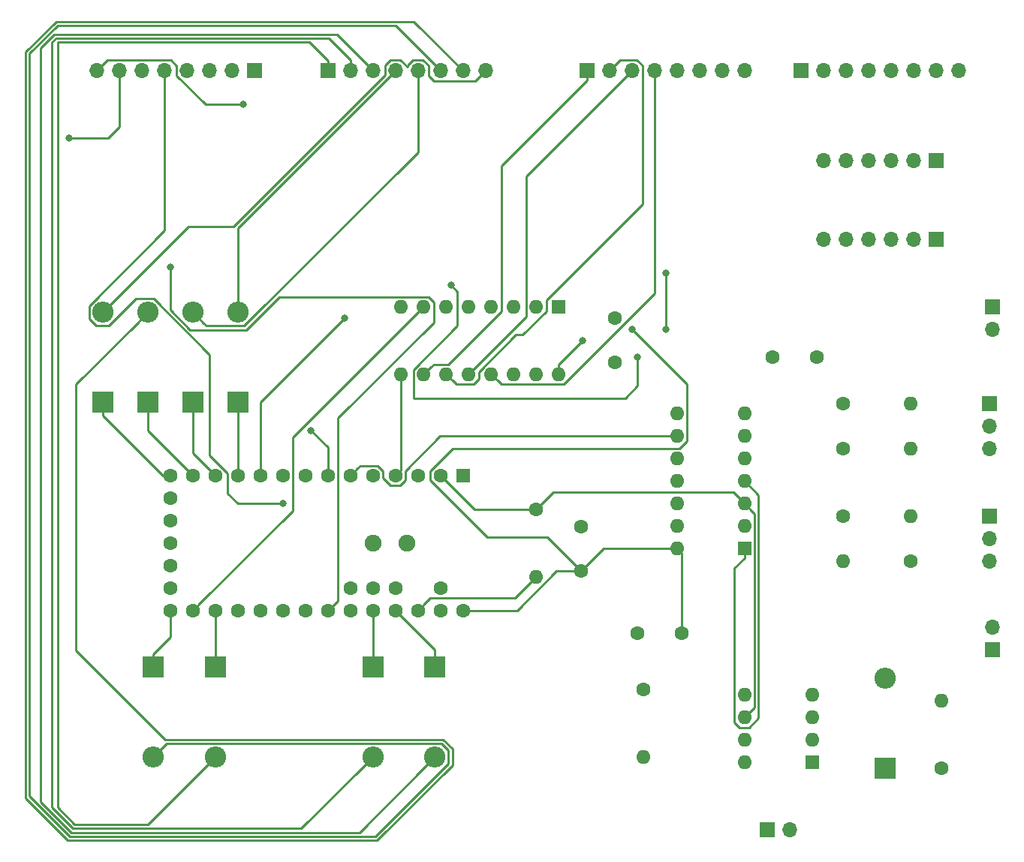
<source format=gbr>
G04 #@! TF.GenerationSoftware,KiCad,Pcbnew,(5.0.2)-1*
G04 #@! TF.CreationDate,2020-04-20T21:26:40+02:00*
G04 #@! TF.ProjectId,KorgPoly61_TeensyMidi,4b6f7267-506f-46c7-9936-315f5465656e,rev?*
G04 #@! TF.SameCoordinates,Original*
G04 #@! TF.FileFunction,Copper,L1,Top*
G04 #@! TF.FilePolarity,Positive*
%FSLAX46Y46*%
G04 Gerber Fmt 4.6, Leading zero omitted, Abs format (unit mm)*
G04 Created by KiCad (PCBNEW (5.0.2)-1) date 20-4-2020 21:26:40*
%MOMM*%
%LPD*%
G01*
G04 APERTURE LIST*
G04 #@! TA.AperFunction,ComponentPad*
%ADD10C,1.900000*%
G04 #@! TD*
G04 #@! TA.AperFunction,ComponentPad*
%ADD11R,1.600000X1.600000*%
G04 #@! TD*
G04 #@! TA.AperFunction,ComponentPad*
%ADD12C,1.600000*%
G04 #@! TD*
G04 #@! TA.AperFunction,ComponentPad*
%ADD13O,1.600000X1.600000*%
G04 #@! TD*
G04 #@! TA.AperFunction,ComponentPad*
%ADD14O,1.700000X1.700000*%
G04 #@! TD*
G04 #@! TA.AperFunction,ComponentPad*
%ADD15R,1.700000X1.700000*%
G04 #@! TD*
G04 #@! TA.AperFunction,ComponentPad*
%ADD16O,2.400000X2.400000*%
G04 #@! TD*
G04 #@! TA.AperFunction,ComponentPad*
%ADD17R,2.400000X2.400000*%
G04 #@! TD*
G04 #@! TA.AperFunction,ViaPad*
%ADD18C,0.800000*%
G04 #@! TD*
G04 #@! TA.AperFunction,Conductor*
%ADD19C,0.250000*%
G04 #@! TD*
G04 APERTURE END LIST*
D10*
G04 #@! TO.P,U1,52*
G04 #@! TO.N,N/C*
X89535000Y-100965000D03*
X85725000Y-100965000D03*
D11*
G04 #@! TO.P,U1,1*
G04 #@! TO.N,GND*
X95885000Y-93345000D03*
D12*
G04 #@! TO.P,U1,2*
G04 #@! TO.N,MIDI_IN*
X93345000Y-93345000D03*
G04 #@! TO.P,U1,3*
G04 #@! TO.N,MIDI_OUT*
X90805000Y-93345000D03*
G04 #@! TO.P,U1,4*
G04 #@! TO.N,A0*
X88265000Y-93345000D03*
G04 #@! TO.P,U1,5*
G04 #@! TO.N,ARP_IN*
X85725000Y-93345000D03*
G04 #@! TO.P,U1,6*
G04 #@! TO.N,ARP_OUT*
X83185000Y-93345000D03*
G04 #@! TO.P,U1,7*
G04 #@! TO.N,CN29KB_8*
X80645000Y-93345000D03*
G04 #@! TO.P,U1,8*
G04 #@! TO.N,CN29KB_5*
X78105000Y-93345000D03*
G04 #@! TO.P,U1,9*
G04 #@! TO.N,A2*
X75565000Y-93345000D03*
G04 #@! TO.P,U1,10*
G04 #@! TO.N,EO*
X73025000Y-93345000D03*
G04 #@! TO.P,U1,11*
G04 #@! TO.N,CN29_4*
X70485000Y-93345000D03*
G04 #@! TO.P,U1,12*
G04 #@! TO.N,CN29_5*
X67945000Y-93345000D03*
G04 #@! TO.P,U1,13*
G04 #@! TO.N,CN29_7*
X65405000Y-93345000D03*
G04 #@! TO.P,U1,37*
G04 #@! TO.N,N/C*
X83185000Y-106045000D03*
G04 #@! TO.P,U1,36*
X85725000Y-106045000D03*
G04 #@! TO.P,U1,35*
X88265000Y-106045000D03*
G04 #@! TO.P,U1,34*
X93345000Y-106045000D03*
G04 #@! TO.P,U1,33*
G04 #@! TO.N,+5V*
X95885000Y-108585000D03*
G04 #@! TO.P,U1,32*
G04 #@! TO.N,N/C*
X93345000Y-108585000D03*
G04 #@! TO.P,U1,31*
G04 #@! TO.N,+3V3*
X90805000Y-108585000D03*
G04 #@! TO.P,U1,30*
G04 #@! TO.N,CN29_3*
X88265000Y-108585000D03*
G04 #@! TO.P,U1,29*
G04 #@! TO.N,CN29_2*
X85725000Y-108585000D03*
G04 #@! TO.P,U1,28*
G04 #@! TO.N,CN29KB_7*
X83185000Y-108585000D03*
G04 #@! TO.P,U1,27*
G04 #@! TO.N,CN29KB_6*
X80645000Y-108585000D03*
G04 #@! TO.P,U1,26*
G04 #@! TO.N,CN29KB_3*
X78105000Y-108585000D03*
G04 #@! TO.P,U1,25*
G04 #@! TO.N,CN29KB_4*
X75565000Y-108585000D03*
G04 #@! TO.P,U1,24*
G04 #@! TO.N,CN29KB_2*
X73025000Y-108585000D03*
G04 #@! TO.P,U1,23*
G04 #@! TO.N,CN29KB_1*
X70485000Y-108585000D03*
G04 #@! TO.P,U1,22*
G04 #@! TO.N,CN29_1*
X67945000Y-108585000D03*
G04 #@! TO.P,U1,21*
G04 #@! TO.N,A1*
X65405000Y-108585000D03*
G04 #@! TO.P,U1,14*
G04 #@! TO.N,CN29_8*
X62865000Y-93345000D03*
G04 #@! TO.P,U1,15*
G04 #@! TO.N,N/C*
X62865000Y-95885000D03*
G04 #@! TO.P,U1,16*
X62865000Y-98425000D03*
G04 #@! TO.P,U1,20*
G04 #@! TO.N,CN29_6*
X62865000Y-108585000D03*
G04 #@! TO.P,U1,19*
G04 #@! TO.N,N/C*
X62865000Y-106045000D03*
G04 #@! TO.P,U1,18*
X62865000Y-103505000D03*
G04 #@! TO.P,U1,17*
X62865000Y-100965000D03*
G04 #@! TD*
D13*
G04 #@! TO.P,U3,8*
G04 #@! TO.N,+5V*
X127635000Y-125730000D03*
G04 #@! TO.P,U3,4*
G04 #@! TO.N,N/C*
X135255000Y-118110000D03*
G04 #@! TO.P,U3,7*
G04 #@! TO.N,Net-(R3-Pad2)*
X127635000Y-123190000D03*
G04 #@! TO.P,U3,3*
G04 #@! TO.N,Net-(D9-Pad2)*
X135255000Y-120650000D03*
G04 #@! TO.P,U3,6*
G04 #@! TO.N,MIDI_IN*
X127635000Y-120650000D03*
G04 #@! TO.P,U3,2*
G04 #@! TO.N,Net-(D9-Pad1)*
X135255000Y-123190000D03*
G04 #@! TO.P,U3,5*
G04 #@! TO.N,GND*
X127635000Y-118110000D03*
D11*
G04 #@! TO.P,U3,1*
G04 #@! TO.N,N/C*
X135255000Y-125730000D03*
G04 #@! TD*
D13*
G04 #@! TO.P,R7,2*
G04 #@! TO.N,Net-(J10-Pad3)*
X146380170Y-90335537D03*
D12*
G04 #@! TO.P,R7,1*
G04 #@! TO.N,Net-(R7-Pad1)*
X138760170Y-90335537D03*
G04 #@! TD*
D13*
G04 #@! TO.P,R6,2*
G04 #@! TO.N,Net-(J10-Pad1)*
X146380170Y-85255537D03*
D12*
G04 #@! TO.P,R6,1*
G04 #@! TO.N,+5V*
X138760170Y-85255537D03*
G04 #@! TD*
D13*
G04 #@! TO.P,R5,2*
G04 #@! TO.N,MIDI_OUT*
X138760170Y-103035537D03*
D12*
G04 #@! TO.P,R5,1*
G04 #@! TO.N,Net-(J9-Pad3)*
X146380170Y-103035537D03*
G04 #@! TD*
D13*
G04 #@! TO.P,R4,2*
G04 #@! TO.N,Net-(J9-Pad1)*
X146380170Y-97955537D03*
D12*
G04 #@! TO.P,R4,1*
G04 #@! TO.N,+3V3*
X138760170Y-97955537D03*
G04 #@! TD*
D13*
G04 #@! TO.P,R3,2*
G04 #@! TO.N,Net-(R3-Pad2)*
X116205000Y-125095000D03*
D12*
G04 #@! TO.P,R3,1*
G04 #@! TO.N,GND*
X116205000Y-117475000D03*
G04 #@! TD*
D13*
G04 #@! TO.P,R2,2*
G04 #@! TO.N,+3V3*
X104140000Y-104775000D03*
D12*
G04 #@! TO.P,R2,1*
G04 #@! TO.N,MIDI_IN*
X104140000Y-97155000D03*
G04 #@! TD*
D13*
G04 #@! TO.P,R1,2*
G04 #@! TO.N,Net-(J8-Pad1)*
X149860000Y-118745000D03*
D12*
G04 #@! TO.P,R1,1*
G04 #@! TO.N,Net-(D9-Pad1)*
X149860000Y-126365000D03*
G04 #@! TD*
D13*
G04 #@! TO.P,U4,14*
G04 #@! TO.N,+5V*
X120015000Y-101600000D03*
G04 #@! TO.P,U4,7*
G04 #@! TO.N,GND*
X127635000Y-86360000D03*
G04 #@! TO.P,U4,13*
G04 #@! TO.N,N/C*
X120015000Y-99060000D03*
G04 #@! TO.P,U4,6*
G04 #@! TO.N,Net-(J11-Pad1)*
X127635000Y-88900000D03*
G04 #@! TO.P,U4,12*
G04 #@! TO.N,N/C*
X120015000Y-96520000D03*
G04 #@! TO.P,U4,5*
G04 #@! TO.N,Net-(U4-Pad5)*
X127635000Y-91440000D03*
G04 #@! TO.P,U4,11*
G04 #@! TO.N,N/C*
X120015000Y-93980000D03*
G04 #@! TO.P,U4,4*
G04 #@! TO.N,Net-(U4-Pad1)*
X127635000Y-93980000D03*
G04 #@! TO.P,U4,10*
G04 #@! TO.N,N/C*
X120015000Y-91440000D03*
G04 #@! TO.P,U4,3*
G04 #@! TO.N,MIDI_IN*
X127635000Y-96520000D03*
G04 #@! TO.P,U4,9*
G04 #@! TO.N,ARP_OUT*
X120015000Y-88900000D03*
G04 #@! TO.P,U4,2*
G04 #@! TO.N,Net-(R7-Pad1)*
X127635000Y-99060000D03*
G04 #@! TO.P,U4,8*
G04 #@! TO.N,Net-(U4-Pad5)*
X120015000Y-86360000D03*
D11*
G04 #@! TO.P,U4,1*
G04 #@! TO.N,Net-(U4-Pad1)*
X127635000Y-101600000D03*
G04 #@! TD*
D13*
G04 #@! TO.P,U2,16*
G04 #@! TO.N,+5V*
X106680000Y-81915000D03*
G04 #@! TO.P,U2,8*
G04 #@! TO.N,GND*
X88900000Y-74295000D03*
G04 #@! TO.P,U2,15*
G04 #@! TO.N,EO*
X104140000Y-81915000D03*
G04 #@! TO.P,U2,7*
G04 #@! TO.N,A1*
X91440000Y-74295000D03*
G04 #@! TO.P,U2,14*
G04 #@! TO.N,N/C*
X101600000Y-81915000D03*
G04 #@! TO.P,U2,6*
G04 #@! TO.N,A2*
X93980000Y-74295000D03*
G04 #@! TO.P,U2,13*
G04 #@! TO.N,Net-(J3-Pad4)*
X99060000Y-81915000D03*
G04 #@! TO.P,U2,5*
G04 #@! TO.N,GND*
X96520000Y-74295000D03*
G04 #@! TO.P,U2,12*
G04 #@! TO.N,Net-(J3-Pad3)*
X96520000Y-81915000D03*
G04 #@! TO.P,U2,4*
G04 #@! TO.N,Net-(J3-Pad8)*
X99060000Y-74295000D03*
G04 #@! TO.P,U2,11*
G04 #@! TO.N,Net-(J3-Pad2)*
X93980000Y-81915000D03*
G04 #@! TO.P,U2,3*
G04 #@! TO.N,Net-(J3-Pad7)*
X101600000Y-74295000D03*
G04 #@! TO.P,U2,10*
G04 #@! TO.N,Net-(J3-Pad1)*
X91440000Y-81915000D03*
G04 #@! TO.P,U2,2*
G04 #@! TO.N,Net-(J3-Pad6)*
X104140000Y-74295000D03*
G04 #@! TO.P,U2,9*
G04 #@! TO.N,A0*
X88900000Y-81915000D03*
D11*
G04 #@! TO.P,U2,1*
G04 #@! TO.N,Net-(J3-Pad5)*
X106680000Y-74295000D03*
G04 #@! TD*
D14*
G04 #@! TO.P,J11,2*
G04 #@! TO.N,GND*
X155575000Y-76835000D03*
D15*
G04 #@! TO.P,J11,1*
G04 #@! TO.N,Net-(J11-Pad1)*
X155575000Y-74295000D03*
G04 #@! TD*
D14*
G04 #@! TO.P,J10,3*
G04 #@! TO.N,Net-(J10-Pad3)*
X155270170Y-90335537D03*
G04 #@! TO.P,J10,2*
G04 #@! TO.N,GND*
X155270170Y-87795537D03*
D15*
G04 #@! TO.P,J10,1*
G04 #@! TO.N,Net-(J10-Pad1)*
X155270170Y-85255537D03*
G04 #@! TD*
D14*
G04 #@! TO.P,J9,3*
G04 #@! TO.N,Net-(J9-Pad3)*
X155270170Y-103035537D03*
G04 #@! TO.P,J9,2*
G04 #@! TO.N,GND*
X155270170Y-100495537D03*
D15*
G04 #@! TO.P,J9,1*
G04 #@! TO.N,Net-(J9-Pad1)*
X155270170Y-97955537D03*
G04 #@! TD*
D14*
G04 #@! TO.P,J8,2*
G04 #@! TO.N,Net-(D9-Pad2)*
X155575000Y-110490000D03*
D15*
G04 #@! TO.P,J8,1*
G04 #@! TO.N,Net-(J8-Pad1)*
X155575000Y-113030000D03*
G04 #@! TD*
D14*
G04 #@! TO.P,J7,2*
G04 #@! TO.N,GND*
X132715000Y-133350000D03*
D15*
G04 #@! TO.P,J7,1*
G04 #@! TO.N,+5V*
X130175000Y-133350000D03*
G04 #@! TD*
D14*
G04 #@! TO.P,J6,6*
G04 #@! TO.N,Net-(J5-Pad6)*
X136525000Y-57785000D03*
G04 #@! TO.P,J6,5*
G04 #@! TO.N,ARP_IN*
X139065000Y-57785000D03*
G04 #@! TO.P,J6,4*
G04 #@! TO.N,Net-(J5-Pad4)*
X141605000Y-57785000D03*
G04 #@! TO.P,J6,3*
G04 #@! TO.N,Net-(J5-Pad3)*
X144145000Y-57785000D03*
G04 #@! TO.P,J6,2*
G04 #@! TO.N,Net-(J5-Pad2)*
X146685000Y-57785000D03*
D15*
G04 #@! TO.P,J6,1*
G04 #@! TO.N,Net-(J5-Pad1)*
X149225000Y-57785000D03*
G04 #@! TD*
D14*
G04 #@! TO.P,J5,6*
G04 #@! TO.N,Net-(J5-Pad6)*
X136525000Y-66675000D03*
G04 #@! TO.P,J5,5*
G04 #@! TO.N,ARP_OUT*
X139065000Y-66675000D03*
G04 #@! TO.P,J5,4*
G04 #@! TO.N,Net-(J5-Pad4)*
X141605000Y-66675000D03*
G04 #@! TO.P,J5,3*
G04 #@! TO.N,Net-(J5-Pad3)*
X144145000Y-66675000D03*
G04 #@! TO.P,J5,2*
G04 #@! TO.N,Net-(J5-Pad2)*
X146685000Y-66675000D03*
D15*
G04 #@! TO.P,J5,1*
G04 #@! TO.N,Net-(J5-Pad1)*
X149225000Y-66675000D03*
G04 #@! TD*
D14*
G04 #@! TO.P,J4,8*
G04 #@! TO.N,Net-(J3-Pad8)*
X127635000Y-47625000D03*
G04 #@! TO.P,J4,7*
G04 #@! TO.N,Net-(J3-Pad7)*
X125095000Y-47625000D03*
G04 #@! TO.P,J4,6*
G04 #@! TO.N,Net-(J3-Pad6)*
X122555000Y-47625000D03*
G04 #@! TO.P,J4,5*
G04 #@! TO.N,Net-(J3-Pad5)*
X120015000Y-47625000D03*
G04 #@! TO.P,J4,4*
G04 #@! TO.N,Net-(J3-Pad4)*
X117475000Y-47625000D03*
G04 #@! TO.P,J4,3*
G04 #@! TO.N,Net-(J3-Pad3)*
X114935000Y-47625000D03*
G04 #@! TO.P,J4,2*
G04 #@! TO.N,Net-(J3-Pad2)*
X112395000Y-47625000D03*
D15*
G04 #@! TO.P,J4,1*
G04 #@! TO.N,Net-(J3-Pad1)*
X109855000Y-47625000D03*
G04 #@! TD*
D14*
G04 #@! TO.P,J3,8*
G04 #@! TO.N,Net-(J3-Pad8)*
X151765000Y-47625000D03*
G04 #@! TO.P,J3,7*
G04 #@! TO.N,Net-(J3-Pad7)*
X149225000Y-47625000D03*
G04 #@! TO.P,J3,6*
G04 #@! TO.N,Net-(J3-Pad6)*
X146685000Y-47625000D03*
G04 #@! TO.P,J3,5*
G04 #@! TO.N,Net-(J3-Pad5)*
X144145000Y-47625000D03*
G04 #@! TO.P,J3,4*
G04 #@! TO.N,Net-(J3-Pad4)*
X141605000Y-47625000D03*
G04 #@! TO.P,J3,3*
G04 #@! TO.N,Net-(J3-Pad3)*
X139065000Y-47625000D03*
G04 #@! TO.P,J3,2*
G04 #@! TO.N,Net-(J3-Pad2)*
X136525000Y-47625000D03*
D15*
G04 #@! TO.P,J3,1*
G04 #@! TO.N,Net-(J3-Pad1)*
X133985000Y-47625000D03*
G04 #@! TD*
D14*
G04 #@! TO.P,J2,8*
G04 #@! TO.N,CN29KB_8*
X54610000Y-47625000D03*
G04 #@! TO.P,J2,7*
G04 #@! TO.N,CN29KB_7*
X57150000Y-47625000D03*
G04 #@! TO.P,J2,6*
G04 #@! TO.N,CN29KB_6*
X59690000Y-47625000D03*
G04 #@! TO.P,J2,5*
G04 #@! TO.N,CN29KB_5*
X62230000Y-47625000D03*
G04 #@! TO.P,J2,4*
G04 #@! TO.N,CN29KB_4*
X64770000Y-47625000D03*
G04 #@! TO.P,J2,3*
G04 #@! TO.N,CN29KB_3*
X67310000Y-47625000D03*
G04 #@! TO.P,J2,2*
G04 #@! TO.N,CN29KB_2*
X69850000Y-47625000D03*
D15*
G04 #@! TO.P,J2,1*
G04 #@! TO.N,CN29KB_1*
X72390000Y-47625000D03*
G04 #@! TD*
D14*
G04 #@! TO.P,J1,8*
G04 #@! TO.N,Net-(D8-Pad2)*
X98425000Y-47625000D03*
G04 #@! TO.P,J1,7*
G04 #@! TO.N,Net-(D7-Pad2)*
X95885000Y-47625000D03*
G04 #@! TO.P,J1,6*
G04 #@! TO.N,Net-(D6-Pad2)*
X93345000Y-47625000D03*
G04 #@! TO.P,J1,5*
G04 #@! TO.N,Net-(D5-Pad2)*
X90805000Y-47625000D03*
G04 #@! TO.P,J1,4*
G04 #@! TO.N,Net-(D4-Pad2)*
X88265000Y-47625000D03*
G04 #@! TO.P,J1,3*
G04 #@! TO.N,Net-(D3-Pad2)*
X85725000Y-47625000D03*
G04 #@! TO.P,J1,2*
G04 #@! TO.N,Net-(D2-Pad2)*
X83185000Y-47625000D03*
D15*
G04 #@! TO.P,J1,1*
G04 #@! TO.N,Net-(D1-Pad2)*
X80645000Y-47625000D03*
G04 #@! TD*
D16*
G04 #@! TO.P,D9,2*
G04 #@! TO.N,Net-(D9-Pad2)*
X143510000Y-116205000D03*
D17*
G04 #@! TO.P,D9,1*
G04 #@! TO.N,Net-(D9-Pad1)*
X143510000Y-126365000D03*
G04 #@! TD*
D16*
G04 #@! TO.P,D8,2*
G04 #@! TO.N,Net-(D8-Pad2)*
X55245000Y-74930000D03*
D17*
G04 #@! TO.P,D8,1*
G04 #@! TO.N,CN29_8*
X55245000Y-85090000D03*
G04 #@! TD*
D16*
G04 #@! TO.P,D7,2*
G04 #@! TO.N,Net-(D7-Pad2)*
X60325000Y-74930000D03*
D17*
G04 #@! TO.P,D7,1*
G04 #@! TO.N,CN29_7*
X60325000Y-85090000D03*
G04 #@! TD*
D16*
G04 #@! TO.P,D6,2*
G04 #@! TO.N,Net-(D6-Pad2)*
X60960000Y-125095000D03*
D17*
G04 #@! TO.P,D6,1*
G04 #@! TO.N,CN29_6*
X60960000Y-114935000D03*
G04 #@! TD*
D16*
G04 #@! TO.P,D5,2*
G04 #@! TO.N,Net-(D5-Pad2)*
X65405000Y-74930000D03*
D17*
G04 #@! TO.P,D5,1*
G04 #@! TO.N,CN29_5*
X65405000Y-85090000D03*
G04 #@! TD*
D16*
G04 #@! TO.P,D4,2*
G04 #@! TO.N,Net-(D4-Pad2)*
X70485000Y-74930000D03*
D17*
G04 #@! TO.P,D4,1*
G04 #@! TO.N,CN29_4*
X70485000Y-85090000D03*
G04 #@! TD*
D16*
G04 #@! TO.P,D3,2*
G04 #@! TO.N,Net-(D3-Pad2)*
X92710000Y-125095000D03*
D17*
G04 #@! TO.P,D3,1*
G04 #@! TO.N,CN29_3*
X92710000Y-114935000D03*
G04 #@! TD*
D16*
G04 #@! TO.P,D2,2*
G04 #@! TO.N,Net-(D2-Pad2)*
X85725000Y-125095000D03*
D17*
G04 #@! TO.P,D2,1*
G04 #@! TO.N,CN29_2*
X85725000Y-114935000D03*
G04 #@! TD*
D16*
G04 #@! TO.P,D1,2*
G04 #@! TO.N,Net-(D1-Pad2)*
X67945000Y-125095000D03*
D17*
G04 #@! TO.P,D1,1*
G04 #@! TO.N,CN29_1*
X67945000Y-114935000D03*
G04 #@! TD*
D12*
G04 #@! TO.P,C4,2*
G04 #@! TO.N,+5V*
X120570000Y-111125000D03*
G04 #@! TO.P,C4,1*
G04 #@! TO.N,GND*
X115570000Y-111125000D03*
G04 #@! TD*
G04 #@! TO.P,C3,2*
G04 #@! TO.N,+5V*
X135810000Y-80010000D03*
G04 #@! TO.P,C3,1*
G04 #@! TO.N,GND*
X130810000Y-80010000D03*
G04 #@! TD*
G04 #@! TO.P,C2,2*
G04 #@! TO.N,+5V*
X113030000Y-80565000D03*
G04 #@! TO.P,C2,1*
G04 #@! TO.N,GND*
X113030000Y-75565000D03*
G04 #@! TD*
G04 #@! TO.P,C1,2*
G04 #@! TO.N,GND*
X109220000Y-99140000D03*
G04 #@! TO.P,C1,1*
G04 #@! TO.N,+5V*
X109220000Y-104140000D03*
G04 #@! TD*
D18*
G04 #@! TO.N,+5V*
X109358630Y-78105000D03*
X114935000Y-76835000D03*
G04 #@! TO.N,CN29KB_8*
X78740000Y-88265000D03*
X71120000Y-51435000D03*
G04 #@! TO.N,CN29KB_7*
X51435000Y-55245000D03*
G04 #@! TO.N,CN29KB_6*
X62865000Y-69850000D03*
G04 #@! TO.N,CN29KB_5*
X75565000Y-96520000D03*
G04 #@! TO.N,EO*
X82550000Y-75565000D03*
X94524999Y-71845001D03*
X115570000Y-80010000D03*
X118745000Y-76835000D03*
X118745000Y-70485000D03*
G04 #@! TD*
D19*
G04 #@! TO.N,+5V*
X120570000Y-102155000D02*
X120015000Y-101600000D01*
X120570000Y-111125000D02*
X120570000Y-102155000D01*
X111760000Y-101600000D02*
X109220000Y-104140000D01*
X120015000Y-101600000D02*
X111760000Y-101600000D01*
X97016370Y-108585000D02*
X95885000Y-108585000D01*
X101995002Y-108585000D02*
X97016370Y-108585000D01*
X106440002Y-104140000D02*
X101995002Y-108585000D01*
X109220000Y-104140000D02*
X106440002Y-104140000D01*
X106680000Y-80783630D02*
X109358630Y-78105000D01*
X106680000Y-81915000D02*
X106680000Y-80783630D01*
X109358630Y-78105000D02*
X109358630Y-78105000D01*
X105345001Y-100265001D02*
X108420001Y-103340001D01*
X98599999Y-100265001D02*
X105345001Y-100265001D01*
X108420001Y-103340001D02*
X109220000Y-104140000D01*
X92219999Y-93885001D02*
X98599999Y-100265001D01*
X92219999Y-92804999D02*
X92219999Y-93885001D01*
X94709999Y-90314999D02*
X92219999Y-92804999D01*
X120265003Y-90314999D02*
X94709999Y-90314999D01*
X121140001Y-89440001D02*
X120265003Y-90314999D01*
X121140001Y-83040001D02*
X121140001Y-89440001D01*
X114935000Y-76835000D02*
X121140001Y-83040001D01*
G04 #@! TO.N,Net-(D1-Pad2)*
X80645000Y-46525000D02*
X78570000Y-44450000D01*
X80645000Y-47625000D02*
X80645000Y-46525000D01*
X78570000Y-44450000D02*
X50165000Y-44450000D01*
X50165000Y-44450000D02*
X50165000Y-130810000D01*
X50165000Y-130810000D02*
X52070000Y-132715000D01*
X66745001Y-126294999D02*
X67945000Y-125095000D01*
X60325000Y-132715000D02*
X66745001Y-126294999D01*
X52070000Y-132715000D02*
X60325000Y-132715000D01*
G04 #@! TO.N,CN29_1*
X67945000Y-114935000D02*
X67945000Y-109220000D01*
X67945000Y-109220000D02*
X67945000Y-108585000D01*
G04 #@! TO.N,Net-(D2-Pad2)*
X49978600Y-43999990D02*
X49530000Y-44448590D01*
X80762071Y-43999990D02*
X49978600Y-43999990D01*
X83185000Y-47625000D02*
X83185000Y-46422919D01*
X83185000Y-46422919D02*
X80762071Y-43999990D01*
X84525001Y-126294999D02*
X85725000Y-125095000D01*
X77654990Y-133165010D02*
X84525001Y-126294999D01*
X51883600Y-133165010D02*
X77654990Y-133165010D01*
X49530000Y-130811410D02*
X51883600Y-133165010D01*
X49530000Y-44448590D02*
X49530000Y-130811410D01*
G04 #@! TO.N,CN29_2*
X85725000Y-114935000D02*
X85725000Y-108585000D01*
G04 #@! TO.N,Net-(D3-Pad2)*
X49792199Y-43549981D02*
X48260000Y-45082180D01*
X85725000Y-47625000D02*
X81649981Y-43549981D01*
X81649981Y-43549981D02*
X49792199Y-43549981D01*
X91510001Y-126294999D02*
X92710000Y-125095000D01*
X84189980Y-133615020D02*
X91510001Y-126294999D01*
X51697200Y-133615020D02*
X84189980Y-133615020D01*
X48260000Y-130177820D02*
X51697200Y-133615020D01*
X48260000Y-45082180D02*
X48260000Y-130177820D01*
G04 #@! TO.N,CN29_3*
X92710000Y-113030000D02*
X88265000Y-108585000D01*
X92710000Y-114935000D02*
X92710000Y-113030000D01*
G04 #@! TO.N,Net-(D4-Pad2)*
X70485000Y-65405000D02*
X70485000Y-74930000D01*
X88265000Y-47625000D02*
X70485000Y-65405000D01*
G04 #@! TO.N,CN29_4*
X70485000Y-85090000D02*
X70485000Y-93345000D01*
G04 #@! TO.N,Net-(D5-Pad2)*
X66604999Y-76129999D02*
X65405000Y-74930000D01*
X66930001Y-76455001D02*
X66604999Y-76129999D01*
X71217001Y-76455001D02*
X66930001Y-76455001D01*
X90805000Y-56867002D02*
X71217001Y-76455001D01*
X90805000Y-47625000D02*
X90805000Y-56867002D01*
G04 #@! TO.N,CN29_5*
X65405000Y-90805000D02*
X67945000Y-93345000D01*
X65405000Y-85090000D02*
X65405000Y-90805000D01*
G04 #@! TO.N,Net-(D6-Pad2)*
X93345000Y-47625000D02*
X88265000Y-42545000D01*
X50160770Y-42545000D02*
X46990000Y-45715770D01*
X88265000Y-42545000D02*
X50160770Y-42545000D01*
X94235001Y-124362999D02*
X93442001Y-123569999D01*
X94235001Y-125827001D02*
X94235001Y-124362999D01*
X93442001Y-123569999D02*
X62485001Y-123569999D01*
X85996972Y-134065030D02*
X94235001Y-125827001D01*
X62159999Y-123895001D02*
X60960000Y-125095000D01*
X62485001Y-123569999D02*
X62159999Y-123895001D01*
X51510800Y-134065030D02*
X85996972Y-134065030D01*
X46990000Y-129544230D02*
X51510800Y-134065030D01*
X46990000Y-45715770D02*
X46990000Y-129544230D01*
G04 #@! TO.N,CN29_6*
X62865000Y-109716370D02*
X62865000Y-108585000D01*
X62865000Y-111580000D02*
X62865000Y-109716370D01*
X60960000Y-113485000D02*
X62865000Y-111580000D01*
X60960000Y-114935000D02*
X60960000Y-113485000D01*
G04 #@! TO.N,Net-(D7-Pad2)*
X59125001Y-76129999D02*
X60325000Y-74930000D01*
X52256400Y-82998600D02*
X59125001Y-76129999D01*
X52256400Y-113077790D02*
X52256400Y-82998600D01*
X93628401Y-123119989D02*
X62298600Y-123119990D01*
X94685010Y-124176598D02*
X93628401Y-123119989D01*
X94685011Y-126013401D02*
X94685010Y-124176598D01*
X86183373Y-134515039D02*
X94685011Y-126013401D01*
X51324400Y-134515040D02*
X86183373Y-134515039D01*
X46539991Y-129730631D02*
X51324400Y-134515040D01*
X62298600Y-123119990D02*
X52256400Y-113077790D01*
X49974369Y-42094991D02*
X46539990Y-45529370D01*
X90354991Y-42094991D02*
X49974369Y-42094991D01*
X46539990Y-45529370D02*
X46539991Y-129730631D01*
X95885000Y-47625000D02*
X90354991Y-42094991D01*
G04 #@! TO.N,CN29_7*
X60325000Y-88265000D02*
X65405000Y-93345000D01*
X60325000Y-85090000D02*
X60325000Y-88265000D01*
G04 #@! TO.N,Net-(D8-Pad2)*
X64956400Y-65218600D02*
X56444999Y-73730001D01*
X70034990Y-65218600D02*
X64956400Y-65218600D01*
X87089999Y-48163591D02*
X70034990Y-65218600D01*
X87700999Y-46449999D02*
X87089999Y-47060999D01*
X88829001Y-46449999D02*
X87700999Y-46449999D01*
X89629999Y-47250997D02*
X88829001Y-46449999D01*
X89629999Y-47060999D02*
X89629999Y-47250997D01*
X90240999Y-46449999D02*
X89629999Y-47060999D01*
X56444999Y-73730001D02*
X55245000Y-74930000D01*
X91369001Y-46449999D02*
X90240999Y-46449999D01*
X87089999Y-47060999D02*
X87089999Y-48163591D01*
X91980001Y-47060999D02*
X91369001Y-46449999D01*
X91980001Y-48189001D02*
X91980001Y-47060999D01*
X92591001Y-48800001D02*
X91980001Y-48189001D01*
X97249999Y-48800001D02*
X92591001Y-48800001D01*
X98425000Y-47625000D02*
X97249999Y-48800001D01*
G04 #@! TO.N,CN29_8*
X62050000Y-93345000D02*
X62865000Y-93345000D01*
X55245000Y-86540000D02*
X62050000Y-93345000D01*
X55245000Y-85090000D02*
X55245000Y-86540000D01*
G04 #@! TO.N,CN29KB_8*
X80645000Y-93345000D02*
X80645000Y-90170000D01*
X80645000Y-90170000D02*
X78740000Y-88265000D01*
X78740000Y-88265000D02*
X78740000Y-88265000D01*
X62959999Y-46449999D02*
X55785001Y-46449999D01*
X55785001Y-46449999D02*
X55459999Y-46775001D01*
X63594999Y-47084999D02*
X62959999Y-46449999D01*
X63594999Y-48189001D02*
X63594999Y-47084999D01*
X55459999Y-46775001D02*
X54610000Y-47625000D01*
X66840998Y-51435000D02*
X63594999Y-48189001D01*
X71120000Y-51435000D02*
X66840998Y-51435000D01*
G04 #@! TO.N,CN29KB_7*
X51435000Y-55245000D02*
X55880000Y-55245000D01*
X57150000Y-53975000D02*
X57150000Y-47625000D01*
X55880000Y-55245000D02*
X57150000Y-53975000D01*
G04 #@! TO.N,CN29KB_6*
X81770001Y-107459999D02*
X81770001Y-86850001D01*
X80645000Y-108585000D02*
X81770001Y-107459999D01*
X65123009Y-76905011D02*
X62865000Y-74647002D01*
X92565001Y-76055001D02*
X92565001Y-73754999D01*
X92565001Y-73754999D02*
X91980001Y-73169999D01*
X91980001Y-73169999D02*
X75138413Y-73169999D01*
X75138413Y-73169999D02*
X71403401Y-76905011D01*
X81770001Y-86850001D02*
X92565001Y-76055001D01*
X71403401Y-76905011D02*
X65123009Y-76905011D01*
X62865000Y-74647002D02*
X62865000Y-69850000D01*
X62865000Y-69850000D02*
X62865000Y-69850000D01*
G04 #@! TO.N,CN29KB_5*
X69359999Y-93094997D02*
X69359999Y-95394999D01*
X67310000Y-91044998D02*
X69359999Y-93094997D01*
X67310000Y-79728412D02*
X67310000Y-91044998D01*
X60986587Y-73404999D02*
X67310000Y-79728412D01*
X59027003Y-73404999D02*
X60986587Y-73404999D01*
X62230000Y-65687998D02*
X53719999Y-74197999D01*
X62230000Y-47625000D02*
X62230000Y-65687998D01*
X53719999Y-74197999D02*
X53719999Y-75662001D01*
X53719999Y-75662001D02*
X54512999Y-76455001D01*
X54512999Y-76455001D02*
X55977001Y-76455001D01*
X55977001Y-76455001D02*
X59027003Y-73404999D01*
X69359999Y-95394999D02*
X70485000Y-96520000D01*
X70485000Y-96520000D02*
X75565000Y-96520000D01*
X75565000Y-96520000D02*
X75565000Y-96520000D01*
G04 #@! TO.N,Net-(J3-Pad4)*
X99859999Y-82714999D02*
X99060000Y-81915000D01*
X100185001Y-83040001D02*
X99859999Y-82714999D01*
X107220001Y-83040001D02*
X100185001Y-83040001D01*
X117475000Y-72785002D02*
X107220001Y-83040001D01*
X117475000Y-47625000D02*
X117475000Y-72785002D01*
G04 #@! TO.N,Net-(J3-Pad3)*
X114085001Y-48474999D02*
X114935000Y-47625000D01*
X103014999Y-59545001D02*
X114085001Y-48474999D01*
X103014999Y-75420001D02*
X103014999Y-59545001D01*
X96520000Y-81915000D02*
X103014999Y-75420001D01*
G04 #@! TO.N,Net-(J3-Pad2)*
X94779999Y-82714999D02*
X93980000Y-81915000D01*
X95105001Y-83040001D02*
X94779999Y-82714999D01*
X97060001Y-83040001D02*
X95105001Y-83040001D01*
X97645001Y-82455001D02*
X97060001Y-83040001D01*
X97645001Y-81664997D02*
X97645001Y-82455001D01*
X105265001Y-74835001D02*
X102630002Y-77470000D01*
X105265001Y-73524997D02*
X105265001Y-74835001D01*
X116110001Y-62679997D02*
X105265001Y-73524997D01*
X101839998Y-77470000D02*
X97645001Y-81664997D01*
X116110001Y-47060999D02*
X116110001Y-62679997D01*
X102630002Y-77470000D02*
X101839998Y-77470000D01*
X115499001Y-46449999D02*
X116110001Y-47060999D01*
X113570001Y-46449999D02*
X115499001Y-46449999D01*
X112395000Y-47625000D02*
X113570001Y-46449999D01*
G04 #@! TO.N,Net-(J3-Pad1)*
X92565001Y-80789999D02*
X92239999Y-81115001D01*
X94230003Y-80789999D02*
X92565001Y-80789999D01*
X100185001Y-74835001D02*
X94230003Y-80789999D01*
X92239999Y-81115001D02*
X91440000Y-81915000D01*
X109855000Y-48725000D02*
X100185001Y-58394999D01*
X100185001Y-58394999D02*
X100185001Y-74835001D01*
X109855000Y-47625000D02*
X109855000Y-48725000D01*
G04 #@! TO.N,ARP_OUT*
X84310001Y-92219999D02*
X83984999Y-92545001D01*
X86265001Y-92219999D02*
X84310001Y-92219999D01*
X86850001Y-92804999D02*
X86265001Y-92219999D01*
X87724999Y-94470001D02*
X86850001Y-93595003D01*
X88805001Y-94470001D02*
X87724999Y-94470001D01*
X89390001Y-93885001D02*
X88805001Y-94470001D01*
X86850001Y-93595003D02*
X86850001Y-92804999D01*
X89390001Y-92804999D02*
X89390001Y-93885001D01*
X93295000Y-88900000D02*
X89390001Y-92804999D01*
X83984999Y-92545001D02*
X83185000Y-93345000D01*
X120015000Y-88900000D02*
X93295000Y-88900000D01*
G04 #@! TO.N,+3V3*
X91604999Y-107785001D02*
X90805000Y-108585000D01*
X92219999Y-107170001D02*
X91604999Y-107785001D01*
X101744999Y-107170001D02*
X92219999Y-107170001D01*
X104140000Y-104775000D02*
X101744999Y-107170001D01*
G04 #@! TO.N,MIDI_IN*
X128434999Y-97319999D02*
X127635000Y-96520000D01*
X128760001Y-97645001D02*
X128434999Y-97319999D01*
X128760001Y-119524999D02*
X128760001Y-97645001D01*
X127635000Y-120650000D02*
X128760001Y-119524999D01*
X104939999Y-96355001D02*
X104140000Y-97155000D01*
X106045000Y-95250000D02*
X104939999Y-96355001D01*
X126365000Y-95250000D02*
X106045000Y-95250000D01*
X127635000Y-96520000D02*
X126365000Y-95250000D01*
X97155000Y-97155000D02*
X93345000Y-93345000D01*
X104140000Y-97155000D02*
X97155000Y-97155000D01*
G04 #@! TO.N,A0*
X88900000Y-92710000D02*
X88265000Y-93345000D01*
X88900000Y-81915000D02*
X88900000Y-92710000D01*
G04 #@! TO.N,EO*
X73025000Y-93345000D02*
X73025000Y-85090000D01*
X73025000Y-85090000D02*
X82550000Y-75565000D01*
X82550000Y-75565000D02*
X82550000Y-75565000D01*
X90314999Y-81374999D02*
X90314999Y-84599999D01*
X95250000Y-76439998D02*
X90314999Y-81374999D01*
X94524999Y-71845001D02*
X95250000Y-72570002D01*
X95250000Y-72570002D02*
X95250000Y-76439998D01*
X90314999Y-84599999D02*
X114155001Y-84599999D01*
X114155001Y-84599999D02*
X115570000Y-83185000D01*
X115570000Y-83185000D02*
X115570000Y-80010000D01*
X115570000Y-80010000D02*
X115570000Y-80010000D01*
X118745000Y-76835000D02*
X118745000Y-70485000D01*
X118745000Y-70485000D02*
X118745000Y-70485000D01*
G04 #@! TO.N,A1*
X66204999Y-107785001D02*
X65405000Y-108585000D01*
X76690001Y-97299999D02*
X66204999Y-107785001D01*
X76690001Y-89044999D02*
X76690001Y-97299999D01*
X91440000Y-74295000D02*
X76690001Y-89044999D01*
G04 #@! TO.N,Net-(U4-Pad1)*
X127635000Y-102650000D02*
X127635000Y-101600000D01*
X126509999Y-103775001D02*
X127635000Y-102650000D01*
X126509999Y-121190001D02*
X126509999Y-103775001D01*
X127094999Y-121775001D02*
X126509999Y-121190001D01*
X128175001Y-121775001D02*
X127094999Y-121775001D01*
X129210011Y-120739991D02*
X128175001Y-121775001D01*
X129210011Y-95555011D02*
X129210011Y-120739991D01*
X127635000Y-93980000D02*
X129210011Y-95555011D01*
G04 #@! TD*
M02*

</source>
